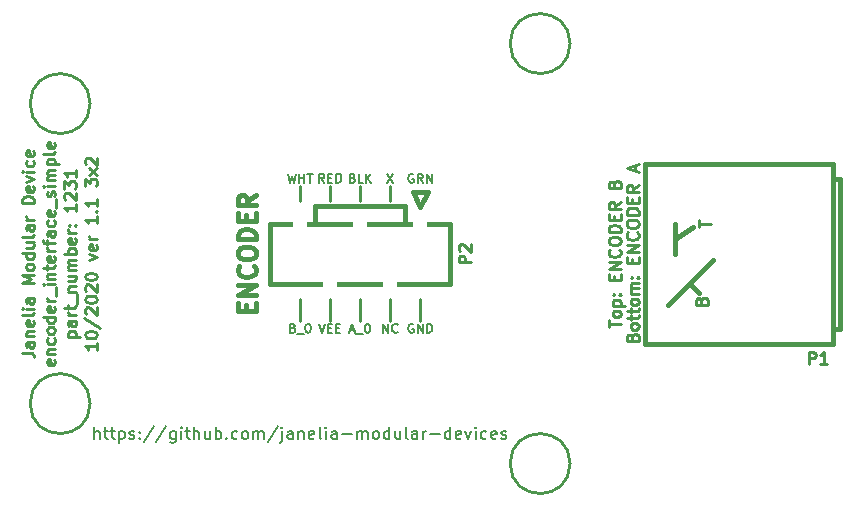
<source format=gto>
%TF.GenerationSoftware,KiCad,Pcbnew,5.1.7-a382d34a8~87~ubuntu20.04.1*%
%TF.CreationDate,2020-10-30T10:09:33-04:00*%
%TF.ProjectId,encoder_interface_simple_3x2,656e636f-6465-4725-9f69-6e7465726661,1.1*%
%TF.SameCoordinates,Original*%
%TF.FileFunction,Legend,Top*%
%TF.FilePolarity,Positive*%
%FSLAX46Y46*%
G04 Gerber Fmt 4.6, Leading zero omitted, Abs format (unit mm)*
G04 Created by KiCad (PCBNEW 5.1.7-a382d34a8~87~ubuntu20.04.1) date 2020-10-30 10:09:33*
%MOMM*%
%LPD*%
G01*
G04 APERTURE LIST*
%ADD10C,0.381000*%
%ADD11C,0.228600*%
%ADD12C,0.190500*%
%ADD13C,0.254000*%
%ADD14C,3.556000*%
%ADD15O,1.854200X2.540000*%
%ADD16R,1.854200X2.540000*%
%ADD17O,5.080000X3.048000*%
%ADD18O,2.032000X1.524000*%
%ADD19O,1.524000X2.032000*%
%ADD20R,1.270000X3.175000*%
G04 APERTURE END LIST*
D10*
X105301142Y-93798571D02*
X105301142Y-93290571D01*
X106099428Y-93072857D02*
X106099428Y-93798571D01*
X104575428Y-93798571D01*
X104575428Y-93072857D01*
X106099428Y-92419714D02*
X104575428Y-92419714D01*
X106099428Y-91548857D01*
X104575428Y-91548857D01*
X105954285Y-89952285D02*
X106026857Y-90024857D01*
X106099428Y-90242571D01*
X106099428Y-90387714D01*
X106026857Y-90605428D01*
X105881714Y-90750571D01*
X105736571Y-90823142D01*
X105446285Y-90895714D01*
X105228571Y-90895714D01*
X104938285Y-90823142D01*
X104793142Y-90750571D01*
X104648000Y-90605428D01*
X104575428Y-90387714D01*
X104575428Y-90242571D01*
X104648000Y-90024857D01*
X104720571Y-89952285D01*
X104575428Y-89008857D02*
X104575428Y-88718571D01*
X104648000Y-88573428D01*
X104793142Y-88428285D01*
X105083428Y-88355714D01*
X105591428Y-88355714D01*
X105881714Y-88428285D01*
X106026857Y-88573428D01*
X106099428Y-88718571D01*
X106099428Y-89008857D01*
X106026857Y-89154000D01*
X105881714Y-89299142D01*
X105591428Y-89371714D01*
X105083428Y-89371714D01*
X104793142Y-89299142D01*
X104648000Y-89154000D01*
X104575428Y-89008857D01*
X106099428Y-87702571D02*
X104575428Y-87702571D01*
X104575428Y-87339714D01*
X104648000Y-87122000D01*
X104793142Y-86976857D01*
X104938285Y-86904285D01*
X105228571Y-86831714D01*
X105446285Y-86831714D01*
X105736571Y-86904285D01*
X105881714Y-86976857D01*
X106026857Y-87122000D01*
X106099428Y-87339714D01*
X106099428Y-87702571D01*
X105301142Y-86178571D02*
X105301142Y-85670571D01*
X106099428Y-85452857D02*
X106099428Y-86178571D01*
X104575428Y-86178571D01*
X104575428Y-85452857D01*
X106099428Y-83928857D02*
X105373714Y-84436857D01*
X106099428Y-84799714D02*
X104575428Y-84799714D01*
X104575428Y-84219142D01*
X104648000Y-84074000D01*
X104720571Y-84001428D01*
X104865714Y-83928857D01*
X105083428Y-83928857D01*
X105228571Y-84001428D01*
X105301142Y-84074000D01*
X105373714Y-84219142D01*
X105373714Y-84799714D01*
D11*
X117475000Y-92710000D02*
X117475000Y-94615000D01*
X112395000Y-92710000D02*
X112395000Y-94615000D01*
X109855000Y-92710000D02*
X109855000Y-94615000D01*
X120015000Y-92710000D02*
X120015000Y-94615000D01*
X114935000Y-92710000D02*
X114935000Y-94615000D01*
X117475000Y-84455000D02*
X117475000Y-83185000D01*
X114935000Y-84455000D02*
X114935000Y-83185000D01*
X112395000Y-84455000D02*
X112395000Y-83185000D01*
X109855000Y-84455000D02*
X109855000Y-83185000D01*
D12*
X114100428Y-95377000D02*
X114463285Y-95377000D01*
X114027857Y-95594714D02*
X114281857Y-94832714D01*
X114535857Y-95594714D01*
X114608428Y-95667285D02*
X115189000Y-95667285D01*
X115515571Y-94832714D02*
X115588142Y-94832714D01*
X115660714Y-94869000D01*
X115697000Y-94905285D01*
X115733285Y-94977857D01*
X115769571Y-95123000D01*
X115769571Y-95304428D01*
X115733285Y-95449571D01*
X115697000Y-95522142D01*
X115660714Y-95558428D01*
X115588142Y-95594714D01*
X115515571Y-95594714D01*
X115443000Y-95558428D01*
X115406714Y-95522142D01*
X115370428Y-95449571D01*
X115334142Y-95304428D01*
X115334142Y-95123000D01*
X115370428Y-94977857D01*
X115406714Y-94905285D01*
X115443000Y-94869000D01*
X115515571Y-94832714D01*
X109256285Y-95195571D02*
X109365142Y-95231857D01*
X109401428Y-95268142D01*
X109437714Y-95340714D01*
X109437714Y-95449571D01*
X109401428Y-95522142D01*
X109365142Y-95558428D01*
X109292571Y-95594714D01*
X109002285Y-95594714D01*
X109002285Y-94832714D01*
X109256285Y-94832714D01*
X109328857Y-94869000D01*
X109365142Y-94905285D01*
X109401428Y-94977857D01*
X109401428Y-95050428D01*
X109365142Y-95123000D01*
X109328857Y-95159285D01*
X109256285Y-95195571D01*
X109002285Y-95195571D01*
X109582857Y-95667285D02*
X110163428Y-95667285D01*
X110490000Y-94832714D02*
X110562571Y-94832714D01*
X110635142Y-94869000D01*
X110671428Y-94905285D01*
X110707714Y-94977857D01*
X110744000Y-95123000D01*
X110744000Y-95304428D01*
X110707714Y-95449571D01*
X110671428Y-95522142D01*
X110635142Y-95558428D01*
X110562571Y-95594714D01*
X110490000Y-95594714D01*
X110417428Y-95558428D01*
X110381142Y-95522142D01*
X110344857Y-95449571D01*
X110308571Y-95304428D01*
X110308571Y-95123000D01*
X110344857Y-94977857D01*
X110381142Y-94905285D01*
X110417428Y-94869000D01*
X110490000Y-94832714D01*
X111451571Y-94832714D02*
X111705571Y-95594714D01*
X111959571Y-94832714D01*
X112213571Y-95195571D02*
X112467571Y-95195571D01*
X112576428Y-95594714D02*
X112213571Y-95594714D01*
X112213571Y-94832714D01*
X112576428Y-94832714D01*
X112903000Y-95195571D02*
X113157000Y-95195571D01*
X113265857Y-95594714D02*
X112903000Y-95594714D01*
X112903000Y-94832714D01*
X113265857Y-94832714D01*
X116876285Y-95594714D02*
X116876285Y-94832714D01*
X117311714Y-95594714D01*
X117311714Y-94832714D01*
X118110000Y-95522142D02*
X118073714Y-95558428D01*
X117964857Y-95594714D01*
X117892285Y-95594714D01*
X117783428Y-95558428D01*
X117710857Y-95485857D01*
X117674571Y-95413285D01*
X117638285Y-95268142D01*
X117638285Y-95159285D01*
X117674571Y-95014142D01*
X117710857Y-94941571D01*
X117783428Y-94869000D01*
X117892285Y-94832714D01*
X117964857Y-94832714D01*
X118073714Y-94869000D01*
X118110000Y-94905285D01*
X119434428Y-94869000D02*
X119361857Y-94832714D01*
X119253000Y-94832714D01*
X119144142Y-94869000D01*
X119071571Y-94941571D01*
X119035285Y-95014142D01*
X118999000Y-95159285D01*
X118999000Y-95268142D01*
X119035285Y-95413285D01*
X119071571Y-95485857D01*
X119144142Y-95558428D01*
X119253000Y-95594714D01*
X119325571Y-95594714D01*
X119434428Y-95558428D01*
X119470714Y-95522142D01*
X119470714Y-95268142D01*
X119325571Y-95268142D01*
X119797285Y-95594714D02*
X119797285Y-94832714D01*
X120232714Y-95594714D01*
X120232714Y-94832714D01*
X120595571Y-95594714D02*
X120595571Y-94832714D01*
X120777000Y-94832714D01*
X120885857Y-94869000D01*
X120958428Y-94941571D01*
X120994714Y-95014142D01*
X121031000Y-95159285D01*
X121031000Y-95268142D01*
X120994714Y-95413285D01*
X120958428Y-95485857D01*
X120885857Y-95558428D01*
X120777000Y-95594714D01*
X120595571Y-95594714D01*
X111905142Y-82894714D02*
X111651142Y-82531857D01*
X111469714Y-82894714D02*
X111469714Y-82132714D01*
X111760000Y-82132714D01*
X111832571Y-82169000D01*
X111868857Y-82205285D01*
X111905142Y-82277857D01*
X111905142Y-82386714D01*
X111868857Y-82459285D01*
X111832571Y-82495571D01*
X111760000Y-82531857D01*
X111469714Y-82531857D01*
X112231714Y-82495571D02*
X112485714Y-82495571D01*
X112594571Y-82894714D02*
X112231714Y-82894714D01*
X112231714Y-82132714D01*
X112594571Y-82132714D01*
X112921142Y-82894714D02*
X112921142Y-82132714D01*
X113102571Y-82132714D01*
X113211428Y-82169000D01*
X113284000Y-82241571D01*
X113320285Y-82314142D01*
X113356571Y-82459285D01*
X113356571Y-82568142D01*
X113320285Y-82713285D01*
X113284000Y-82785857D01*
X113211428Y-82858428D01*
X113102571Y-82894714D01*
X112921142Y-82894714D01*
X119434428Y-82169000D02*
X119361857Y-82132714D01*
X119253000Y-82132714D01*
X119144142Y-82169000D01*
X119071571Y-82241571D01*
X119035285Y-82314142D01*
X118999000Y-82459285D01*
X118999000Y-82568142D01*
X119035285Y-82713285D01*
X119071571Y-82785857D01*
X119144142Y-82858428D01*
X119253000Y-82894714D01*
X119325571Y-82894714D01*
X119434428Y-82858428D01*
X119470714Y-82822142D01*
X119470714Y-82568142D01*
X119325571Y-82568142D01*
X120232714Y-82894714D02*
X119978714Y-82531857D01*
X119797285Y-82894714D02*
X119797285Y-82132714D01*
X120087571Y-82132714D01*
X120160142Y-82169000D01*
X120196428Y-82205285D01*
X120232714Y-82277857D01*
X120232714Y-82386714D01*
X120196428Y-82459285D01*
X120160142Y-82495571D01*
X120087571Y-82531857D01*
X119797285Y-82531857D01*
X120559285Y-82894714D02*
X120559285Y-82132714D01*
X120994714Y-82894714D01*
X120994714Y-82132714D01*
X114300000Y-82495571D02*
X114408857Y-82531857D01*
X114445142Y-82568142D01*
X114481428Y-82640714D01*
X114481428Y-82749571D01*
X114445142Y-82822142D01*
X114408857Y-82858428D01*
X114336285Y-82894714D01*
X114046000Y-82894714D01*
X114046000Y-82132714D01*
X114300000Y-82132714D01*
X114372571Y-82169000D01*
X114408857Y-82205285D01*
X114445142Y-82277857D01*
X114445142Y-82350428D01*
X114408857Y-82423000D01*
X114372571Y-82459285D01*
X114300000Y-82495571D01*
X114046000Y-82495571D01*
X115170857Y-82894714D02*
X114808000Y-82894714D01*
X114808000Y-82132714D01*
X115424857Y-82894714D02*
X115424857Y-82132714D01*
X115860285Y-82894714D02*
X115533714Y-82459285D01*
X115860285Y-82132714D02*
X115424857Y-82568142D01*
X108839000Y-82132714D02*
X109020428Y-82894714D01*
X109165571Y-82350428D01*
X109310714Y-82894714D01*
X109492142Y-82132714D01*
X109782428Y-82894714D02*
X109782428Y-82132714D01*
X109782428Y-82495571D02*
X110217857Y-82495571D01*
X110217857Y-82894714D02*
X110217857Y-82132714D01*
X110471857Y-82132714D02*
X110907285Y-82132714D01*
X110689571Y-82894714D02*
X110689571Y-82132714D01*
X117221000Y-82132714D02*
X117729000Y-82894714D01*
X117729000Y-82132714D02*
X117221000Y-82894714D01*
X92437857Y-104599619D02*
X92437857Y-103583619D01*
X92873285Y-104599619D02*
X92873285Y-104067428D01*
X92824904Y-103970666D01*
X92728142Y-103922285D01*
X92583000Y-103922285D01*
X92486238Y-103970666D01*
X92437857Y-104019047D01*
X93211952Y-103922285D02*
X93599000Y-103922285D01*
X93357095Y-103583619D02*
X93357095Y-104454476D01*
X93405476Y-104551238D01*
X93502238Y-104599619D01*
X93599000Y-104599619D01*
X93792523Y-103922285D02*
X94179571Y-103922285D01*
X93937666Y-103583619D02*
X93937666Y-104454476D01*
X93986047Y-104551238D01*
X94082809Y-104599619D01*
X94179571Y-104599619D01*
X94518238Y-103922285D02*
X94518238Y-104938285D01*
X94518238Y-103970666D02*
X94615000Y-103922285D01*
X94808523Y-103922285D01*
X94905285Y-103970666D01*
X94953666Y-104019047D01*
X95002047Y-104115809D01*
X95002047Y-104406095D01*
X94953666Y-104502857D01*
X94905285Y-104551238D01*
X94808523Y-104599619D01*
X94615000Y-104599619D01*
X94518238Y-104551238D01*
X95389095Y-104551238D02*
X95485857Y-104599619D01*
X95679380Y-104599619D01*
X95776142Y-104551238D01*
X95824523Y-104454476D01*
X95824523Y-104406095D01*
X95776142Y-104309333D01*
X95679380Y-104260952D01*
X95534238Y-104260952D01*
X95437476Y-104212571D01*
X95389095Y-104115809D01*
X95389095Y-104067428D01*
X95437476Y-103970666D01*
X95534238Y-103922285D01*
X95679380Y-103922285D01*
X95776142Y-103970666D01*
X96259952Y-104502857D02*
X96308333Y-104551238D01*
X96259952Y-104599619D01*
X96211571Y-104551238D01*
X96259952Y-104502857D01*
X96259952Y-104599619D01*
X96259952Y-103970666D02*
X96308333Y-104019047D01*
X96259952Y-104067428D01*
X96211571Y-104019047D01*
X96259952Y-103970666D01*
X96259952Y-104067428D01*
X97469476Y-103535238D02*
X96598619Y-104841523D01*
X98533857Y-103535238D02*
X97663000Y-104841523D01*
X99307952Y-103922285D02*
X99307952Y-104744761D01*
X99259571Y-104841523D01*
X99211190Y-104889904D01*
X99114428Y-104938285D01*
X98969285Y-104938285D01*
X98872523Y-104889904D01*
X99307952Y-104551238D02*
X99211190Y-104599619D01*
X99017666Y-104599619D01*
X98920904Y-104551238D01*
X98872523Y-104502857D01*
X98824142Y-104406095D01*
X98824142Y-104115809D01*
X98872523Y-104019047D01*
X98920904Y-103970666D01*
X99017666Y-103922285D01*
X99211190Y-103922285D01*
X99307952Y-103970666D01*
X99791761Y-104599619D02*
X99791761Y-103922285D01*
X99791761Y-103583619D02*
X99743380Y-103632000D01*
X99791761Y-103680380D01*
X99840142Y-103632000D01*
X99791761Y-103583619D01*
X99791761Y-103680380D01*
X100130428Y-103922285D02*
X100517476Y-103922285D01*
X100275571Y-103583619D02*
X100275571Y-104454476D01*
X100323952Y-104551238D01*
X100420714Y-104599619D01*
X100517476Y-104599619D01*
X100856142Y-104599619D02*
X100856142Y-103583619D01*
X101291571Y-104599619D02*
X101291571Y-104067428D01*
X101243190Y-103970666D01*
X101146428Y-103922285D01*
X101001285Y-103922285D01*
X100904523Y-103970666D01*
X100856142Y-104019047D01*
X102210809Y-103922285D02*
X102210809Y-104599619D01*
X101775380Y-103922285D02*
X101775380Y-104454476D01*
X101823761Y-104551238D01*
X101920523Y-104599619D01*
X102065666Y-104599619D01*
X102162428Y-104551238D01*
X102210809Y-104502857D01*
X102694619Y-104599619D02*
X102694619Y-103583619D01*
X102694619Y-103970666D02*
X102791380Y-103922285D01*
X102984904Y-103922285D01*
X103081666Y-103970666D01*
X103130047Y-104019047D01*
X103178428Y-104115809D01*
X103178428Y-104406095D01*
X103130047Y-104502857D01*
X103081666Y-104551238D01*
X102984904Y-104599619D01*
X102791380Y-104599619D01*
X102694619Y-104551238D01*
X103613857Y-104502857D02*
X103662238Y-104551238D01*
X103613857Y-104599619D01*
X103565476Y-104551238D01*
X103613857Y-104502857D01*
X103613857Y-104599619D01*
X104533095Y-104551238D02*
X104436333Y-104599619D01*
X104242809Y-104599619D01*
X104146047Y-104551238D01*
X104097666Y-104502857D01*
X104049285Y-104406095D01*
X104049285Y-104115809D01*
X104097666Y-104019047D01*
X104146047Y-103970666D01*
X104242809Y-103922285D01*
X104436333Y-103922285D01*
X104533095Y-103970666D01*
X105113666Y-104599619D02*
X105016904Y-104551238D01*
X104968523Y-104502857D01*
X104920142Y-104406095D01*
X104920142Y-104115809D01*
X104968523Y-104019047D01*
X105016904Y-103970666D01*
X105113666Y-103922285D01*
X105258809Y-103922285D01*
X105355571Y-103970666D01*
X105403952Y-104019047D01*
X105452333Y-104115809D01*
X105452333Y-104406095D01*
X105403952Y-104502857D01*
X105355571Y-104551238D01*
X105258809Y-104599619D01*
X105113666Y-104599619D01*
X105887761Y-104599619D02*
X105887761Y-103922285D01*
X105887761Y-104019047D02*
X105936142Y-103970666D01*
X106032904Y-103922285D01*
X106178047Y-103922285D01*
X106274809Y-103970666D01*
X106323190Y-104067428D01*
X106323190Y-104599619D01*
X106323190Y-104067428D02*
X106371571Y-103970666D01*
X106468333Y-103922285D01*
X106613476Y-103922285D01*
X106710238Y-103970666D01*
X106758619Y-104067428D01*
X106758619Y-104599619D01*
X107968142Y-103535238D02*
X107097285Y-104841523D01*
X108306809Y-103922285D02*
X108306809Y-104793142D01*
X108258428Y-104889904D01*
X108161666Y-104938285D01*
X108113285Y-104938285D01*
X108306809Y-103583619D02*
X108258428Y-103632000D01*
X108306809Y-103680380D01*
X108355190Y-103632000D01*
X108306809Y-103583619D01*
X108306809Y-103680380D01*
X109226047Y-104599619D02*
X109226047Y-104067428D01*
X109177666Y-103970666D01*
X109080904Y-103922285D01*
X108887380Y-103922285D01*
X108790619Y-103970666D01*
X109226047Y-104551238D02*
X109129285Y-104599619D01*
X108887380Y-104599619D01*
X108790619Y-104551238D01*
X108742238Y-104454476D01*
X108742238Y-104357714D01*
X108790619Y-104260952D01*
X108887380Y-104212571D01*
X109129285Y-104212571D01*
X109226047Y-104164190D01*
X109709857Y-103922285D02*
X109709857Y-104599619D01*
X109709857Y-104019047D02*
X109758238Y-103970666D01*
X109855000Y-103922285D01*
X110000142Y-103922285D01*
X110096904Y-103970666D01*
X110145285Y-104067428D01*
X110145285Y-104599619D01*
X111016142Y-104551238D02*
X110919380Y-104599619D01*
X110725857Y-104599619D01*
X110629095Y-104551238D01*
X110580714Y-104454476D01*
X110580714Y-104067428D01*
X110629095Y-103970666D01*
X110725857Y-103922285D01*
X110919380Y-103922285D01*
X111016142Y-103970666D01*
X111064523Y-104067428D01*
X111064523Y-104164190D01*
X110580714Y-104260952D01*
X111645095Y-104599619D02*
X111548333Y-104551238D01*
X111499952Y-104454476D01*
X111499952Y-103583619D01*
X112032142Y-104599619D02*
X112032142Y-103922285D01*
X112032142Y-103583619D02*
X111983761Y-103632000D01*
X112032142Y-103680380D01*
X112080523Y-103632000D01*
X112032142Y-103583619D01*
X112032142Y-103680380D01*
X112951380Y-104599619D02*
X112951380Y-104067428D01*
X112903000Y-103970666D01*
X112806238Y-103922285D01*
X112612714Y-103922285D01*
X112515952Y-103970666D01*
X112951380Y-104551238D02*
X112854619Y-104599619D01*
X112612714Y-104599619D01*
X112515952Y-104551238D01*
X112467571Y-104454476D01*
X112467571Y-104357714D01*
X112515952Y-104260952D01*
X112612714Y-104212571D01*
X112854619Y-104212571D01*
X112951380Y-104164190D01*
X113435190Y-104212571D02*
X114209285Y-104212571D01*
X114693095Y-104599619D02*
X114693095Y-103922285D01*
X114693095Y-104019047D02*
X114741476Y-103970666D01*
X114838238Y-103922285D01*
X114983380Y-103922285D01*
X115080142Y-103970666D01*
X115128523Y-104067428D01*
X115128523Y-104599619D01*
X115128523Y-104067428D02*
X115176904Y-103970666D01*
X115273666Y-103922285D01*
X115418809Y-103922285D01*
X115515571Y-103970666D01*
X115563952Y-104067428D01*
X115563952Y-104599619D01*
X116192904Y-104599619D02*
X116096142Y-104551238D01*
X116047761Y-104502857D01*
X115999380Y-104406095D01*
X115999380Y-104115809D01*
X116047761Y-104019047D01*
X116096142Y-103970666D01*
X116192904Y-103922285D01*
X116338047Y-103922285D01*
X116434809Y-103970666D01*
X116483190Y-104019047D01*
X116531571Y-104115809D01*
X116531571Y-104406095D01*
X116483190Y-104502857D01*
X116434809Y-104551238D01*
X116338047Y-104599619D01*
X116192904Y-104599619D01*
X117402428Y-104599619D02*
X117402428Y-103583619D01*
X117402428Y-104551238D02*
X117305666Y-104599619D01*
X117112142Y-104599619D01*
X117015380Y-104551238D01*
X116967000Y-104502857D01*
X116918619Y-104406095D01*
X116918619Y-104115809D01*
X116967000Y-104019047D01*
X117015380Y-103970666D01*
X117112142Y-103922285D01*
X117305666Y-103922285D01*
X117402428Y-103970666D01*
X118321666Y-103922285D02*
X118321666Y-104599619D01*
X117886238Y-103922285D02*
X117886238Y-104454476D01*
X117934619Y-104551238D01*
X118031380Y-104599619D01*
X118176523Y-104599619D01*
X118273285Y-104551238D01*
X118321666Y-104502857D01*
X118950619Y-104599619D02*
X118853857Y-104551238D01*
X118805476Y-104454476D01*
X118805476Y-103583619D01*
X119773095Y-104599619D02*
X119773095Y-104067428D01*
X119724714Y-103970666D01*
X119627952Y-103922285D01*
X119434428Y-103922285D01*
X119337666Y-103970666D01*
X119773095Y-104551238D02*
X119676333Y-104599619D01*
X119434428Y-104599619D01*
X119337666Y-104551238D01*
X119289285Y-104454476D01*
X119289285Y-104357714D01*
X119337666Y-104260952D01*
X119434428Y-104212571D01*
X119676333Y-104212571D01*
X119773095Y-104164190D01*
X120256904Y-104599619D02*
X120256904Y-103922285D01*
X120256904Y-104115809D02*
X120305285Y-104019047D01*
X120353666Y-103970666D01*
X120450428Y-103922285D01*
X120547190Y-103922285D01*
X120885857Y-104212571D02*
X121659952Y-104212571D01*
X122579190Y-104599619D02*
X122579190Y-103583619D01*
X122579190Y-104551238D02*
X122482428Y-104599619D01*
X122288904Y-104599619D01*
X122192142Y-104551238D01*
X122143761Y-104502857D01*
X122095380Y-104406095D01*
X122095380Y-104115809D01*
X122143761Y-104019047D01*
X122192142Y-103970666D01*
X122288904Y-103922285D01*
X122482428Y-103922285D01*
X122579190Y-103970666D01*
X123450047Y-104551238D02*
X123353285Y-104599619D01*
X123159761Y-104599619D01*
X123063000Y-104551238D01*
X123014619Y-104454476D01*
X123014619Y-104067428D01*
X123063000Y-103970666D01*
X123159761Y-103922285D01*
X123353285Y-103922285D01*
X123450047Y-103970666D01*
X123498428Y-104067428D01*
X123498428Y-104164190D01*
X123014619Y-104260952D01*
X123837095Y-103922285D02*
X124079000Y-104599619D01*
X124320904Y-103922285D01*
X124707952Y-104599619D02*
X124707952Y-103922285D01*
X124707952Y-103583619D02*
X124659571Y-103632000D01*
X124707952Y-103680380D01*
X124756333Y-103632000D01*
X124707952Y-103583619D01*
X124707952Y-103680380D01*
X125627190Y-104551238D02*
X125530428Y-104599619D01*
X125336904Y-104599619D01*
X125240142Y-104551238D01*
X125191761Y-104502857D01*
X125143380Y-104406095D01*
X125143380Y-104115809D01*
X125191761Y-104019047D01*
X125240142Y-103970666D01*
X125336904Y-103922285D01*
X125530428Y-103922285D01*
X125627190Y-103970666D01*
X126449666Y-104551238D02*
X126352904Y-104599619D01*
X126159380Y-104599619D01*
X126062619Y-104551238D01*
X126014238Y-104454476D01*
X126014238Y-104067428D01*
X126062619Y-103970666D01*
X126159380Y-103922285D01*
X126352904Y-103922285D01*
X126449666Y-103970666D01*
X126498047Y-104067428D01*
X126498047Y-104164190D01*
X126014238Y-104260952D01*
X126885095Y-104551238D02*
X126981857Y-104599619D01*
X127175380Y-104599619D01*
X127272142Y-104551238D01*
X127320523Y-104454476D01*
X127320523Y-104406095D01*
X127272142Y-104309333D01*
X127175380Y-104260952D01*
X127030238Y-104260952D01*
X126933476Y-104212571D01*
X126885095Y-104115809D01*
X126885095Y-104067428D01*
X126933476Y-103970666D01*
X127030238Y-103922285D01*
X127175380Y-103922285D01*
X127272142Y-103970666D01*
D13*
X86311619Y-97294095D02*
X87037333Y-97294095D01*
X87182476Y-97342476D01*
X87279238Y-97439238D01*
X87327619Y-97584380D01*
X87327619Y-97681142D01*
X87327619Y-96374857D02*
X86795428Y-96374857D01*
X86698666Y-96423238D01*
X86650285Y-96520000D01*
X86650285Y-96713523D01*
X86698666Y-96810285D01*
X87279238Y-96374857D02*
X87327619Y-96471619D01*
X87327619Y-96713523D01*
X87279238Y-96810285D01*
X87182476Y-96858666D01*
X87085714Y-96858666D01*
X86988952Y-96810285D01*
X86940571Y-96713523D01*
X86940571Y-96471619D01*
X86892190Y-96374857D01*
X86650285Y-95891047D02*
X87327619Y-95891047D01*
X86747047Y-95891047D02*
X86698666Y-95842666D01*
X86650285Y-95745904D01*
X86650285Y-95600761D01*
X86698666Y-95504000D01*
X86795428Y-95455619D01*
X87327619Y-95455619D01*
X87279238Y-94584761D02*
X87327619Y-94681523D01*
X87327619Y-94875047D01*
X87279238Y-94971809D01*
X87182476Y-95020190D01*
X86795428Y-95020190D01*
X86698666Y-94971809D01*
X86650285Y-94875047D01*
X86650285Y-94681523D01*
X86698666Y-94584761D01*
X86795428Y-94536380D01*
X86892190Y-94536380D01*
X86988952Y-95020190D01*
X87327619Y-93955809D02*
X87279238Y-94052571D01*
X87182476Y-94100952D01*
X86311619Y-94100952D01*
X87327619Y-93568761D02*
X86650285Y-93568761D01*
X86311619Y-93568761D02*
X86360000Y-93617142D01*
X86408380Y-93568761D01*
X86360000Y-93520380D01*
X86311619Y-93568761D01*
X86408380Y-93568761D01*
X87327619Y-92649523D02*
X86795428Y-92649523D01*
X86698666Y-92697904D01*
X86650285Y-92794666D01*
X86650285Y-92988190D01*
X86698666Y-93084952D01*
X87279238Y-92649523D02*
X87327619Y-92746285D01*
X87327619Y-92988190D01*
X87279238Y-93084952D01*
X87182476Y-93133333D01*
X87085714Y-93133333D01*
X86988952Y-93084952D01*
X86940571Y-92988190D01*
X86940571Y-92746285D01*
X86892190Y-92649523D01*
X87327619Y-91391619D02*
X86311619Y-91391619D01*
X87037333Y-91052952D01*
X86311619Y-90714285D01*
X87327619Y-90714285D01*
X87327619Y-90085333D02*
X87279238Y-90182095D01*
X87230857Y-90230476D01*
X87134095Y-90278857D01*
X86843809Y-90278857D01*
X86747047Y-90230476D01*
X86698666Y-90182095D01*
X86650285Y-90085333D01*
X86650285Y-89940190D01*
X86698666Y-89843428D01*
X86747047Y-89795047D01*
X86843809Y-89746666D01*
X87134095Y-89746666D01*
X87230857Y-89795047D01*
X87279238Y-89843428D01*
X87327619Y-89940190D01*
X87327619Y-90085333D01*
X87327619Y-88875809D02*
X86311619Y-88875809D01*
X87279238Y-88875809D02*
X87327619Y-88972571D01*
X87327619Y-89166095D01*
X87279238Y-89262857D01*
X87230857Y-89311238D01*
X87134095Y-89359619D01*
X86843809Y-89359619D01*
X86747047Y-89311238D01*
X86698666Y-89262857D01*
X86650285Y-89166095D01*
X86650285Y-88972571D01*
X86698666Y-88875809D01*
X86650285Y-87956571D02*
X87327619Y-87956571D01*
X86650285Y-88392000D02*
X87182476Y-88392000D01*
X87279238Y-88343619D01*
X87327619Y-88246857D01*
X87327619Y-88101714D01*
X87279238Y-88004952D01*
X87230857Y-87956571D01*
X87327619Y-87327619D02*
X87279238Y-87424380D01*
X87182476Y-87472761D01*
X86311619Y-87472761D01*
X87327619Y-86505142D02*
X86795428Y-86505142D01*
X86698666Y-86553523D01*
X86650285Y-86650285D01*
X86650285Y-86843809D01*
X86698666Y-86940571D01*
X87279238Y-86505142D02*
X87327619Y-86601904D01*
X87327619Y-86843809D01*
X87279238Y-86940571D01*
X87182476Y-86988952D01*
X87085714Y-86988952D01*
X86988952Y-86940571D01*
X86940571Y-86843809D01*
X86940571Y-86601904D01*
X86892190Y-86505142D01*
X87327619Y-86021333D02*
X86650285Y-86021333D01*
X86843809Y-86021333D02*
X86747047Y-85972952D01*
X86698666Y-85924571D01*
X86650285Y-85827809D01*
X86650285Y-85731047D01*
X87327619Y-84618285D02*
X86311619Y-84618285D01*
X86311619Y-84376380D01*
X86360000Y-84231238D01*
X86456761Y-84134476D01*
X86553523Y-84086095D01*
X86747047Y-84037714D01*
X86892190Y-84037714D01*
X87085714Y-84086095D01*
X87182476Y-84134476D01*
X87279238Y-84231238D01*
X87327619Y-84376380D01*
X87327619Y-84618285D01*
X87279238Y-83215238D02*
X87327619Y-83312000D01*
X87327619Y-83505523D01*
X87279238Y-83602285D01*
X87182476Y-83650666D01*
X86795428Y-83650666D01*
X86698666Y-83602285D01*
X86650285Y-83505523D01*
X86650285Y-83312000D01*
X86698666Y-83215238D01*
X86795428Y-83166857D01*
X86892190Y-83166857D01*
X86988952Y-83650666D01*
X86650285Y-82828190D02*
X87327619Y-82586285D01*
X86650285Y-82344380D01*
X87327619Y-81957333D02*
X86650285Y-81957333D01*
X86311619Y-81957333D02*
X86360000Y-82005714D01*
X86408380Y-81957333D01*
X86360000Y-81908952D01*
X86311619Y-81957333D01*
X86408380Y-81957333D01*
X87279238Y-81038095D02*
X87327619Y-81134857D01*
X87327619Y-81328380D01*
X87279238Y-81425142D01*
X87230857Y-81473523D01*
X87134095Y-81521904D01*
X86843809Y-81521904D01*
X86747047Y-81473523D01*
X86698666Y-81425142D01*
X86650285Y-81328380D01*
X86650285Y-81134857D01*
X86698666Y-81038095D01*
X87279238Y-80215619D02*
X87327619Y-80312380D01*
X87327619Y-80505904D01*
X87279238Y-80602666D01*
X87182476Y-80651047D01*
X86795428Y-80651047D01*
X86698666Y-80602666D01*
X86650285Y-80505904D01*
X86650285Y-80312380D01*
X86698666Y-80215619D01*
X86795428Y-80167238D01*
X86892190Y-80167238D01*
X86988952Y-80651047D01*
X89057238Y-97898857D02*
X89105619Y-97995619D01*
X89105619Y-98189142D01*
X89057238Y-98285904D01*
X88960476Y-98334285D01*
X88573428Y-98334285D01*
X88476666Y-98285904D01*
X88428285Y-98189142D01*
X88428285Y-97995619D01*
X88476666Y-97898857D01*
X88573428Y-97850476D01*
X88670190Y-97850476D01*
X88766952Y-98334285D01*
X88428285Y-97415047D02*
X89105619Y-97415047D01*
X88525047Y-97415047D02*
X88476666Y-97366666D01*
X88428285Y-97269904D01*
X88428285Y-97124761D01*
X88476666Y-97028000D01*
X88573428Y-96979619D01*
X89105619Y-96979619D01*
X89057238Y-96060380D02*
X89105619Y-96157142D01*
X89105619Y-96350666D01*
X89057238Y-96447428D01*
X89008857Y-96495809D01*
X88912095Y-96544190D01*
X88621809Y-96544190D01*
X88525047Y-96495809D01*
X88476666Y-96447428D01*
X88428285Y-96350666D01*
X88428285Y-96157142D01*
X88476666Y-96060380D01*
X89105619Y-95479809D02*
X89057238Y-95576571D01*
X89008857Y-95624952D01*
X88912095Y-95673333D01*
X88621809Y-95673333D01*
X88525047Y-95624952D01*
X88476666Y-95576571D01*
X88428285Y-95479809D01*
X88428285Y-95334666D01*
X88476666Y-95237904D01*
X88525047Y-95189523D01*
X88621809Y-95141142D01*
X88912095Y-95141142D01*
X89008857Y-95189523D01*
X89057238Y-95237904D01*
X89105619Y-95334666D01*
X89105619Y-95479809D01*
X89105619Y-94270285D02*
X88089619Y-94270285D01*
X89057238Y-94270285D02*
X89105619Y-94367047D01*
X89105619Y-94560571D01*
X89057238Y-94657333D01*
X89008857Y-94705714D01*
X88912095Y-94754095D01*
X88621809Y-94754095D01*
X88525047Y-94705714D01*
X88476666Y-94657333D01*
X88428285Y-94560571D01*
X88428285Y-94367047D01*
X88476666Y-94270285D01*
X89057238Y-93399428D02*
X89105619Y-93496190D01*
X89105619Y-93689714D01*
X89057238Y-93786476D01*
X88960476Y-93834857D01*
X88573428Y-93834857D01*
X88476666Y-93786476D01*
X88428285Y-93689714D01*
X88428285Y-93496190D01*
X88476666Y-93399428D01*
X88573428Y-93351047D01*
X88670190Y-93351047D01*
X88766952Y-93834857D01*
X89105619Y-92915619D02*
X88428285Y-92915619D01*
X88621809Y-92915619D02*
X88525047Y-92867238D01*
X88476666Y-92818857D01*
X88428285Y-92722095D01*
X88428285Y-92625333D01*
X89202380Y-92528571D02*
X89202380Y-91754476D01*
X89105619Y-91512571D02*
X88428285Y-91512571D01*
X88089619Y-91512571D02*
X88138000Y-91560952D01*
X88186380Y-91512571D01*
X88138000Y-91464190D01*
X88089619Y-91512571D01*
X88186380Y-91512571D01*
X88428285Y-91028761D02*
X89105619Y-91028761D01*
X88525047Y-91028761D02*
X88476666Y-90980380D01*
X88428285Y-90883619D01*
X88428285Y-90738476D01*
X88476666Y-90641714D01*
X88573428Y-90593333D01*
X89105619Y-90593333D01*
X88428285Y-90254666D02*
X88428285Y-89867619D01*
X88089619Y-90109523D02*
X88960476Y-90109523D01*
X89057238Y-90061142D01*
X89105619Y-89964380D01*
X89105619Y-89867619D01*
X89057238Y-89141904D02*
X89105619Y-89238666D01*
X89105619Y-89432190D01*
X89057238Y-89528952D01*
X88960476Y-89577333D01*
X88573428Y-89577333D01*
X88476666Y-89528952D01*
X88428285Y-89432190D01*
X88428285Y-89238666D01*
X88476666Y-89141904D01*
X88573428Y-89093523D01*
X88670190Y-89093523D01*
X88766952Y-89577333D01*
X89105619Y-88658095D02*
X88428285Y-88658095D01*
X88621809Y-88658095D02*
X88525047Y-88609714D01*
X88476666Y-88561333D01*
X88428285Y-88464571D01*
X88428285Y-88367809D01*
X88428285Y-88174285D02*
X88428285Y-87787238D01*
X89105619Y-88029142D02*
X88234761Y-88029142D01*
X88138000Y-87980761D01*
X88089619Y-87884000D01*
X88089619Y-87787238D01*
X89105619Y-87013142D02*
X88573428Y-87013142D01*
X88476666Y-87061523D01*
X88428285Y-87158285D01*
X88428285Y-87351809D01*
X88476666Y-87448571D01*
X89057238Y-87013142D02*
X89105619Y-87109904D01*
X89105619Y-87351809D01*
X89057238Y-87448571D01*
X88960476Y-87496952D01*
X88863714Y-87496952D01*
X88766952Y-87448571D01*
X88718571Y-87351809D01*
X88718571Y-87109904D01*
X88670190Y-87013142D01*
X89057238Y-86093904D02*
X89105619Y-86190666D01*
X89105619Y-86384190D01*
X89057238Y-86480952D01*
X89008857Y-86529333D01*
X88912095Y-86577714D01*
X88621809Y-86577714D01*
X88525047Y-86529333D01*
X88476666Y-86480952D01*
X88428285Y-86384190D01*
X88428285Y-86190666D01*
X88476666Y-86093904D01*
X89057238Y-85271428D02*
X89105619Y-85368190D01*
X89105619Y-85561714D01*
X89057238Y-85658476D01*
X88960476Y-85706857D01*
X88573428Y-85706857D01*
X88476666Y-85658476D01*
X88428285Y-85561714D01*
X88428285Y-85368190D01*
X88476666Y-85271428D01*
X88573428Y-85223047D01*
X88670190Y-85223047D01*
X88766952Y-85706857D01*
X89202380Y-85029523D02*
X89202380Y-84255428D01*
X89057238Y-84061904D02*
X89105619Y-83965142D01*
X89105619Y-83771619D01*
X89057238Y-83674857D01*
X88960476Y-83626476D01*
X88912095Y-83626476D01*
X88815333Y-83674857D01*
X88766952Y-83771619D01*
X88766952Y-83916761D01*
X88718571Y-84013523D01*
X88621809Y-84061904D01*
X88573428Y-84061904D01*
X88476666Y-84013523D01*
X88428285Y-83916761D01*
X88428285Y-83771619D01*
X88476666Y-83674857D01*
X89105619Y-83191047D02*
X88428285Y-83191047D01*
X88089619Y-83191047D02*
X88138000Y-83239428D01*
X88186380Y-83191047D01*
X88138000Y-83142666D01*
X88089619Y-83191047D01*
X88186380Y-83191047D01*
X89105619Y-82707238D02*
X88428285Y-82707238D01*
X88525047Y-82707238D02*
X88476666Y-82658857D01*
X88428285Y-82562095D01*
X88428285Y-82416952D01*
X88476666Y-82320190D01*
X88573428Y-82271809D01*
X89105619Y-82271809D01*
X88573428Y-82271809D02*
X88476666Y-82223428D01*
X88428285Y-82126666D01*
X88428285Y-81981523D01*
X88476666Y-81884761D01*
X88573428Y-81836380D01*
X89105619Y-81836380D01*
X88428285Y-81352571D02*
X89444285Y-81352571D01*
X88476666Y-81352571D02*
X88428285Y-81255809D01*
X88428285Y-81062285D01*
X88476666Y-80965523D01*
X88525047Y-80917142D01*
X88621809Y-80868761D01*
X88912095Y-80868761D01*
X89008857Y-80917142D01*
X89057238Y-80965523D01*
X89105619Y-81062285D01*
X89105619Y-81255809D01*
X89057238Y-81352571D01*
X89105619Y-80288190D02*
X89057238Y-80384952D01*
X88960476Y-80433333D01*
X88089619Y-80433333D01*
X89057238Y-79514095D02*
X89105619Y-79610857D01*
X89105619Y-79804380D01*
X89057238Y-79901142D01*
X88960476Y-79949523D01*
X88573428Y-79949523D01*
X88476666Y-79901142D01*
X88428285Y-79804380D01*
X88428285Y-79610857D01*
X88476666Y-79514095D01*
X88573428Y-79465714D01*
X88670190Y-79465714D01*
X88766952Y-79949523D01*
X90206285Y-95939428D02*
X91222285Y-95939428D01*
X90254666Y-95939428D02*
X90206285Y-95842666D01*
X90206285Y-95649142D01*
X90254666Y-95552380D01*
X90303047Y-95504000D01*
X90399809Y-95455619D01*
X90690095Y-95455619D01*
X90786857Y-95504000D01*
X90835238Y-95552380D01*
X90883619Y-95649142D01*
X90883619Y-95842666D01*
X90835238Y-95939428D01*
X90883619Y-94584761D02*
X90351428Y-94584761D01*
X90254666Y-94633142D01*
X90206285Y-94729904D01*
X90206285Y-94923428D01*
X90254666Y-95020190D01*
X90835238Y-94584761D02*
X90883619Y-94681523D01*
X90883619Y-94923428D01*
X90835238Y-95020190D01*
X90738476Y-95068571D01*
X90641714Y-95068571D01*
X90544952Y-95020190D01*
X90496571Y-94923428D01*
X90496571Y-94681523D01*
X90448190Y-94584761D01*
X90883619Y-94100952D02*
X90206285Y-94100952D01*
X90399809Y-94100952D02*
X90303047Y-94052571D01*
X90254666Y-94004190D01*
X90206285Y-93907428D01*
X90206285Y-93810666D01*
X90206285Y-93617142D02*
X90206285Y-93230095D01*
X89867619Y-93472000D02*
X90738476Y-93472000D01*
X90835238Y-93423619D01*
X90883619Y-93326857D01*
X90883619Y-93230095D01*
X90980380Y-93133333D02*
X90980380Y-92359238D01*
X90206285Y-92117333D02*
X90883619Y-92117333D01*
X90303047Y-92117333D02*
X90254666Y-92068952D01*
X90206285Y-91972190D01*
X90206285Y-91827047D01*
X90254666Y-91730285D01*
X90351428Y-91681904D01*
X90883619Y-91681904D01*
X90206285Y-90762666D02*
X90883619Y-90762666D01*
X90206285Y-91198095D02*
X90738476Y-91198095D01*
X90835238Y-91149714D01*
X90883619Y-91052952D01*
X90883619Y-90907809D01*
X90835238Y-90811047D01*
X90786857Y-90762666D01*
X90883619Y-90278857D02*
X90206285Y-90278857D01*
X90303047Y-90278857D02*
X90254666Y-90230476D01*
X90206285Y-90133714D01*
X90206285Y-89988571D01*
X90254666Y-89891809D01*
X90351428Y-89843428D01*
X90883619Y-89843428D01*
X90351428Y-89843428D02*
X90254666Y-89795047D01*
X90206285Y-89698285D01*
X90206285Y-89553142D01*
X90254666Y-89456380D01*
X90351428Y-89408000D01*
X90883619Y-89408000D01*
X90883619Y-88924190D02*
X89867619Y-88924190D01*
X90254666Y-88924190D02*
X90206285Y-88827428D01*
X90206285Y-88633904D01*
X90254666Y-88537142D01*
X90303047Y-88488761D01*
X90399809Y-88440380D01*
X90690095Y-88440380D01*
X90786857Y-88488761D01*
X90835238Y-88537142D01*
X90883619Y-88633904D01*
X90883619Y-88827428D01*
X90835238Y-88924190D01*
X90835238Y-87617904D02*
X90883619Y-87714666D01*
X90883619Y-87908190D01*
X90835238Y-88004952D01*
X90738476Y-88053333D01*
X90351428Y-88053333D01*
X90254666Y-88004952D01*
X90206285Y-87908190D01*
X90206285Y-87714666D01*
X90254666Y-87617904D01*
X90351428Y-87569523D01*
X90448190Y-87569523D01*
X90544952Y-88053333D01*
X90883619Y-87134095D02*
X90206285Y-87134095D01*
X90399809Y-87134095D02*
X90303047Y-87085714D01*
X90254666Y-87037333D01*
X90206285Y-86940571D01*
X90206285Y-86843809D01*
X90786857Y-86505142D02*
X90835238Y-86456761D01*
X90883619Y-86505142D01*
X90835238Y-86553523D01*
X90786857Y-86505142D01*
X90883619Y-86505142D01*
X90254666Y-86505142D02*
X90303047Y-86456761D01*
X90351428Y-86505142D01*
X90303047Y-86553523D01*
X90254666Y-86505142D01*
X90351428Y-86505142D01*
X90883619Y-84715047D02*
X90883619Y-85295619D01*
X90883619Y-85005333D02*
X89867619Y-85005333D01*
X90012761Y-85102095D01*
X90109523Y-85198857D01*
X90157904Y-85295619D01*
X89964380Y-84328000D02*
X89916000Y-84279619D01*
X89867619Y-84182857D01*
X89867619Y-83940952D01*
X89916000Y-83844190D01*
X89964380Y-83795809D01*
X90061142Y-83747428D01*
X90157904Y-83747428D01*
X90303047Y-83795809D01*
X90883619Y-84376380D01*
X90883619Y-83747428D01*
X89867619Y-83408761D02*
X89867619Y-82779809D01*
X90254666Y-83118476D01*
X90254666Y-82973333D01*
X90303047Y-82876571D01*
X90351428Y-82828190D01*
X90448190Y-82779809D01*
X90690095Y-82779809D01*
X90786857Y-82828190D01*
X90835238Y-82876571D01*
X90883619Y-82973333D01*
X90883619Y-83263619D01*
X90835238Y-83360380D01*
X90786857Y-83408761D01*
X90883619Y-81812190D02*
X90883619Y-82392761D01*
X90883619Y-82102476D02*
X89867619Y-82102476D01*
X90012761Y-82199238D01*
X90109523Y-82295999D01*
X90157904Y-82392761D01*
X92661619Y-96447428D02*
X92661619Y-97028000D01*
X92661619Y-96737714D02*
X91645619Y-96737714D01*
X91790761Y-96834476D01*
X91887523Y-96931238D01*
X91935904Y-97028000D01*
X91645619Y-95818476D02*
X91645619Y-95721714D01*
X91694000Y-95624952D01*
X91742380Y-95576571D01*
X91839142Y-95528190D01*
X92032666Y-95479809D01*
X92274571Y-95479809D01*
X92468095Y-95528190D01*
X92564857Y-95576571D01*
X92613238Y-95624952D01*
X92661619Y-95721714D01*
X92661619Y-95818476D01*
X92613238Y-95915238D01*
X92564857Y-95963619D01*
X92468095Y-96012000D01*
X92274571Y-96060380D01*
X92032666Y-96060380D01*
X91839142Y-96012000D01*
X91742380Y-95963619D01*
X91694000Y-95915238D01*
X91645619Y-95818476D01*
X91597238Y-94318666D02*
X92903523Y-95189523D01*
X91742380Y-94028380D02*
X91694000Y-93980000D01*
X91645619Y-93883238D01*
X91645619Y-93641333D01*
X91694000Y-93544571D01*
X91742380Y-93496190D01*
X91839142Y-93447809D01*
X91935904Y-93447809D01*
X92081047Y-93496190D01*
X92661619Y-94076761D01*
X92661619Y-93447809D01*
X91645619Y-92818857D02*
X91645619Y-92722095D01*
X91694000Y-92625333D01*
X91742380Y-92576952D01*
X91839142Y-92528571D01*
X92032666Y-92480190D01*
X92274571Y-92480190D01*
X92468095Y-92528571D01*
X92564857Y-92576952D01*
X92613238Y-92625333D01*
X92661619Y-92722095D01*
X92661619Y-92818857D01*
X92613238Y-92915619D01*
X92564857Y-92964000D01*
X92468095Y-93012380D01*
X92274571Y-93060761D01*
X92032666Y-93060761D01*
X91839142Y-93012380D01*
X91742380Y-92964000D01*
X91694000Y-92915619D01*
X91645619Y-92818857D01*
X91742380Y-92093142D02*
X91694000Y-92044761D01*
X91645619Y-91948000D01*
X91645619Y-91706095D01*
X91694000Y-91609333D01*
X91742380Y-91560952D01*
X91839142Y-91512571D01*
X91935904Y-91512571D01*
X92081047Y-91560952D01*
X92661619Y-92141523D01*
X92661619Y-91512571D01*
X91645619Y-90883619D02*
X91645619Y-90786857D01*
X91694000Y-90690095D01*
X91742380Y-90641714D01*
X91839142Y-90593333D01*
X92032666Y-90544952D01*
X92274571Y-90544952D01*
X92468095Y-90593333D01*
X92564857Y-90641714D01*
X92613238Y-90690095D01*
X92661619Y-90786857D01*
X92661619Y-90883619D01*
X92613238Y-90980380D01*
X92564857Y-91028761D01*
X92468095Y-91077142D01*
X92274571Y-91125523D01*
X92032666Y-91125523D01*
X91839142Y-91077142D01*
X91742380Y-91028761D01*
X91694000Y-90980380D01*
X91645619Y-90883619D01*
X91984285Y-89432190D02*
X92661619Y-89190285D01*
X91984285Y-88948380D01*
X92613238Y-88174285D02*
X92661619Y-88271047D01*
X92661619Y-88464571D01*
X92613238Y-88561333D01*
X92516476Y-88609714D01*
X92129428Y-88609714D01*
X92032666Y-88561333D01*
X91984285Y-88464571D01*
X91984285Y-88271047D01*
X92032666Y-88174285D01*
X92129428Y-88125904D01*
X92226190Y-88125904D01*
X92322952Y-88609714D01*
X92661619Y-87690476D02*
X91984285Y-87690476D01*
X92177809Y-87690476D02*
X92081047Y-87642095D01*
X92032666Y-87593714D01*
X91984285Y-87496952D01*
X91984285Y-87400190D01*
X92661619Y-85755238D02*
X92661619Y-86335809D01*
X92661619Y-86045523D02*
X91645619Y-86045523D01*
X91790761Y-86142285D01*
X91887523Y-86239047D01*
X91935904Y-86335809D01*
X92564857Y-85319809D02*
X92613238Y-85271428D01*
X92661619Y-85319809D01*
X92613238Y-85368190D01*
X92564857Y-85319809D01*
X92661619Y-85319809D01*
X92661619Y-84303809D02*
X92661619Y-84884380D01*
X92661619Y-84594095D02*
X91645619Y-84594095D01*
X91790761Y-84690857D01*
X91887523Y-84787619D01*
X91935904Y-84884380D01*
X91645619Y-83191047D02*
X91645619Y-82562095D01*
X92032666Y-82900761D01*
X92032666Y-82755619D01*
X92081047Y-82658857D01*
X92129428Y-82610476D01*
X92226190Y-82562095D01*
X92468095Y-82562095D01*
X92564857Y-82610476D01*
X92613238Y-82658857D01*
X92661619Y-82755619D01*
X92661619Y-83045904D01*
X92613238Y-83142666D01*
X92564857Y-83191047D01*
X92661619Y-82223428D02*
X91984285Y-81691238D01*
X91984285Y-82223428D02*
X92661619Y-81691238D01*
X91742380Y-81352571D02*
X91694000Y-81304190D01*
X91645619Y-81207428D01*
X91645619Y-80965523D01*
X91694000Y-80868761D01*
X91742380Y-80820380D01*
X91839142Y-80772000D01*
X91935904Y-80772000D01*
X92081047Y-80820380D01*
X92661619Y-81400952D01*
X92661619Y-80772000D01*
D11*
%TO.C,MDB1*%
X92075000Y-76200000D02*
G75*
G03*
X92075000Y-76200000I-2540000J0D01*
G01*
X92075000Y-101600000D02*
G75*
G03*
X92075000Y-101600000I-2540000J0D01*
G01*
X132715000Y-106680000D02*
G75*
G03*
X132715000Y-106680000I-2540000J0D01*
G01*
X132715000Y-71120000D02*
G75*
G03*
X132715000Y-71120000I-2540000J0D01*
G01*
D10*
%TO.C,P1*%
X141605000Y-88900000D02*
X141605000Y-86360000D01*
X140970000Y-93218000D02*
X144780000Y-89408000D01*
X154940000Y-96520000D02*
X154940000Y-81280000D01*
X139065000Y-96520000D02*
X154940000Y-96520000D01*
X139065000Y-81280000D02*
X139065000Y-96520000D01*
X154940000Y-81280000D02*
X139065000Y-81280000D01*
X155575000Y-95250000D02*
X154940000Y-95250000D01*
X155575000Y-82550000D02*
X155575000Y-95250000D01*
X154940000Y-82550000D02*
X155575000Y-82550000D01*
X141605000Y-87630000D02*
X143129000Y-86614000D01*
X142875000Y-91440000D02*
X143637000Y-92202000D01*
%TO.C,P2*%
X122555000Y-86360000D02*
X107315000Y-86360000D01*
X122555000Y-91440000D02*
X122555000Y-86360000D01*
X107315000Y-91440000D02*
X122555000Y-91440000D01*
X107315000Y-86360000D02*
X107315000Y-91440000D01*
X111125000Y-84836000D02*
X118745000Y-84836000D01*
X120650000Y-83693000D02*
X119380000Y-83693000D01*
X120015000Y-84963000D02*
X120650000Y-83693000D01*
X119380000Y-83693000D02*
X120015000Y-84963000D01*
X111125000Y-86360000D02*
X111125000Y-84836000D01*
X118745000Y-86360000D02*
X118745000Y-84836000D01*
%TO.C,P1*%
D13*
X152920095Y-98249619D02*
X152920095Y-97233619D01*
X153307142Y-97233619D01*
X153403904Y-97282000D01*
X153452285Y-97330380D01*
X153500666Y-97427142D01*
X153500666Y-97572285D01*
X153452285Y-97669047D01*
X153403904Y-97717428D01*
X153307142Y-97765809D01*
X152920095Y-97765809D01*
X154468285Y-98249619D02*
X153887714Y-98249619D01*
X154178000Y-98249619D02*
X154178000Y-97233619D01*
X154081238Y-97378761D01*
X153984476Y-97475523D01*
X153887714Y-97523904D01*
X135968619Y-95141142D02*
X135968619Y-94560571D01*
X136984619Y-94850857D02*
X135968619Y-94850857D01*
X136984619Y-94076761D02*
X136936238Y-94173523D01*
X136887857Y-94221904D01*
X136791095Y-94270285D01*
X136500809Y-94270285D01*
X136404047Y-94221904D01*
X136355666Y-94173523D01*
X136307285Y-94076761D01*
X136307285Y-93931619D01*
X136355666Y-93834857D01*
X136404047Y-93786476D01*
X136500809Y-93738095D01*
X136791095Y-93738095D01*
X136887857Y-93786476D01*
X136936238Y-93834857D01*
X136984619Y-93931619D01*
X136984619Y-94076761D01*
X136307285Y-93302666D02*
X137323285Y-93302666D01*
X136355666Y-93302666D02*
X136307285Y-93205904D01*
X136307285Y-93012380D01*
X136355666Y-92915619D01*
X136404047Y-92867238D01*
X136500809Y-92818857D01*
X136791095Y-92818857D01*
X136887857Y-92867238D01*
X136936238Y-92915619D01*
X136984619Y-93012380D01*
X136984619Y-93205904D01*
X136936238Y-93302666D01*
X136887857Y-92383428D02*
X136936238Y-92335047D01*
X136984619Y-92383428D01*
X136936238Y-92431809D01*
X136887857Y-92383428D01*
X136984619Y-92383428D01*
X136355666Y-92383428D02*
X136404047Y-92335047D01*
X136452428Y-92383428D01*
X136404047Y-92431809D01*
X136355666Y-92383428D01*
X136452428Y-92383428D01*
X136452428Y-91125523D02*
X136452428Y-90786857D01*
X136984619Y-90641714D02*
X136984619Y-91125523D01*
X135968619Y-91125523D01*
X135968619Y-90641714D01*
X136984619Y-90206285D02*
X135968619Y-90206285D01*
X136984619Y-89625714D01*
X135968619Y-89625714D01*
X136887857Y-88561333D02*
X136936238Y-88609714D01*
X136984619Y-88754857D01*
X136984619Y-88851619D01*
X136936238Y-88996761D01*
X136839476Y-89093523D01*
X136742714Y-89141904D01*
X136549190Y-89190285D01*
X136404047Y-89190285D01*
X136210523Y-89141904D01*
X136113761Y-89093523D01*
X136017000Y-88996761D01*
X135968619Y-88851619D01*
X135968619Y-88754857D01*
X136017000Y-88609714D01*
X136065380Y-88561333D01*
X135968619Y-87932380D02*
X135968619Y-87738857D01*
X136017000Y-87642095D01*
X136113761Y-87545333D01*
X136307285Y-87496952D01*
X136645952Y-87496952D01*
X136839476Y-87545333D01*
X136936238Y-87642095D01*
X136984619Y-87738857D01*
X136984619Y-87932380D01*
X136936238Y-88029142D01*
X136839476Y-88125904D01*
X136645952Y-88174285D01*
X136307285Y-88174285D01*
X136113761Y-88125904D01*
X136017000Y-88029142D01*
X135968619Y-87932380D01*
X136984619Y-87061523D02*
X135968619Y-87061523D01*
X135968619Y-86819619D01*
X136017000Y-86674476D01*
X136113761Y-86577714D01*
X136210523Y-86529333D01*
X136404047Y-86480952D01*
X136549190Y-86480952D01*
X136742714Y-86529333D01*
X136839476Y-86577714D01*
X136936238Y-86674476D01*
X136984619Y-86819619D01*
X136984619Y-87061523D01*
X136452428Y-86045523D02*
X136452428Y-85706857D01*
X136984619Y-85561714D02*
X136984619Y-86045523D01*
X135968619Y-86045523D01*
X135968619Y-85561714D01*
X136984619Y-84545714D02*
X136500809Y-84884380D01*
X136984619Y-85126285D02*
X135968619Y-85126285D01*
X135968619Y-84739238D01*
X136017000Y-84642476D01*
X136065380Y-84594095D01*
X136162142Y-84545714D01*
X136307285Y-84545714D01*
X136404047Y-84594095D01*
X136452428Y-84642476D01*
X136500809Y-84739238D01*
X136500809Y-85126285D01*
X136452428Y-82997523D02*
X136500809Y-82852380D01*
X136549190Y-82804000D01*
X136645952Y-82755619D01*
X136791095Y-82755619D01*
X136887857Y-82804000D01*
X136936238Y-82852380D01*
X136984619Y-82949142D01*
X136984619Y-83336190D01*
X135968619Y-83336190D01*
X135968619Y-82997523D01*
X136017000Y-82900761D01*
X136065380Y-82852380D01*
X136162142Y-82804000D01*
X136258904Y-82804000D01*
X136355666Y-82852380D01*
X136404047Y-82900761D01*
X136452428Y-82997523D01*
X136452428Y-83336190D01*
X137976428Y-95963619D02*
X138024809Y-95818476D01*
X138073190Y-95770095D01*
X138169952Y-95721714D01*
X138315095Y-95721714D01*
X138411857Y-95770095D01*
X138460238Y-95818476D01*
X138508619Y-95915238D01*
X138508619Y-96302285D01*
X137492619Y-96302285D01*
X137492619Y-95963619D01*
X137541000Y-95866857D01*
X137589380Y-95818476D01*
X137686142Y-95770095D01*
X137782904Y-95770095D01*
X137879666Y-95818476D01*
X137928047Y-95866857D01*
X137976428Y-95963619D01*
X137976428Y-96302285D01*
X138508619Y-95141142D02*
X138460238Y-95237904D01*
X138411857Y-95286285D01*
X138315095Y-95334666D01*
X138024809Y-95334666D01*
X137928047Y-95286285D01*
X137879666Y-95237904D01*
X137831285Y-95141142D01*
X137831285Y-94996000D01*
X137879666Y-94899238D01*
X137928047Y-94850857D01*
X138024809Y-94802476D01*
X138315095Y-94802476D01*
X138411857Y-94850857D01*
X138460238Y-94899238D01*
X138508619Y-94996000D01*
X138508619Y-95141142D01*
X137831285Y-94512190D02*
X137831285Y-94125142D01*
X137492619Y-94367047D02*
X138363476Y-94367047D01*
X138460238Y-94318666D01*
X138508619Y-94221904D01*
X138508619Y-94125142D01*
X137831285Y-93931619D02*
X137831285Y-93544571D01*
X137492619Y-93786476D02*
X138363476Y-93786476D01*
X138460238Y-93738095D01*
X138508619Y-93641333D01*
X138508619Y-93544571D01*
X138508619Y-93060761D02*
X138460238Y-93157523D01*
X138411857Y-93205904D01*
X138315095Y-93254285D01*
X138024809Y-93254285D01*
X137928047Y-93205904D01*
X137879666Y-93157523D01*
X137831285Y-93060761D01*
X137831285Y-92915619D01*
X137879666Y-92818857D01*
X137928047Y-92770476D01*
X138024809Y-92722095D01*
X138315095Y-92722095D01*
X138411857Y-92770476D01*
X138460238Y-92818857D01*
X138508619Y-92915619D01*
X138508619Y-93060761D01*
X138508619Y-92286666D02*
X137831285Y-92286666D01*
X137928047Y-92286666D02*
X137879666Y-92238285D01*
X137831285Y-92141523D01*
X137831285Y-91996380D01*
X137879666Y-91899619D01*
X137976428Y-91851238D01*
X138508619Y-91851238D01*
X137976428Y-91851238D02*
X137879666Y-91802857D01*
X137831285Y-91706095D01*
X137831285Y-91560952D01*
X137879666Y-91464190D01*
X137976428Y-91415809D01*
X138508619Y-91415809D01*
X138411857Y-90932000D02*
X138460238Y-90883619D01*
X138508619Y-90932000D01*
X138460238Y-90980380D01*
X138411857Y-90932000D01*
X138508619Y-90932000D01*
X137879666Y-90932000D02*
X137928047Y-90883619D01*
X137976428Y-90932000D01*
X137928047Y-90980380D01*
X137879666Y-90932000D01*
X137976428Y-90932000D01*
X137976428Y-89674095D02*
X137976428Y-89335428D01*
X138508619Y-89190285D02*
X138508619Y-89674095D01*
X137492619Y-89674095D01*
X137492619Y-89190285D01*
X138508619Y-88754857D02*
X137492619Y-88754857D01*
X138508619Y-88174285D01*
X137492619Y-88174285D01*
X138411857Y-87109904D02*
X138460238Y-87158285D01*
X138508619Y-87303428D01*
X138508619Y-87400190D01*
X138460238Y-87545333D01*
X138363476Y-87642095D01*
X138266714Y-87690476D01*
X138073190Y-87738857D01*
X137928047Y-87738857D01*
X137734523Y-87690476D01*
X137637761Y-87642095D01*
X137541000Y-87545333D01*
X137492619Y-87400190D01*
X137492619Y-87303428D01*
X137541000Y-87158285D01*
X137589380Y-87109904D01*
X137492619Y-86480952D02*
X137492619Y-86287428D01*
X137541000Y-86190666D01*
X137637761Y-86093904D01*
X137831285Y-86045523D01*
X138169952Y-86045523D01*
X138363476Y-86093904D01*
X138460238Y-86190666D01*
X138508619Y-86287428D01*
X138508619Y-86480952D01*
X138460238Y-86577714D01*
X138363476Y-86674476D01*
X138169952Y-86722857D01*
X137831285Y-86722857D01*
X137637761Y-86674476D01*
X137541000Y-86577714D01*
X137492619Y-86480952D01*
X138508619Y-85610095D02*
X137492619Y-85610095D01*
X137492619Y-85368190D01*
X137541000Y-85223047D01*
X137637761Y-85126285D01*
X137734523Y-85077904D01*
X137928047Y-85029523D01*
X138073190Y-85029523D01*
X138266714Y-85077904D01*
X138363476Y-85126285D01*
X138460238Y-85223047D01*
X138508619Y-85368190D01*
X138508619Y-85610095D01*
X137976428Y-84594095D02*
X137976428Y-84255428D01*
X138508619Y-84110285D02*
X138508619Y-84594095D01*
X137492619Y-84594095D01*
X137492619Y-84110285D01*
X138508619Y-83094285D02*
X138024809Y-83432952D01*
X138508619Y-83674857D02*
X137492619Y-83674857D01*
X137492619Y-83287809D01*
X137541000Y-83191047D01*
X137589380Y-83142666D01*
X137686142Y-83094285D01*
X137831285Y-83094285D01*
X137928047Y-83142666D01*
X137976428Y-83191047D01*
X138024809Y-83287809D01*
X138024809Y-83674857D01*
X138218333Y-81933142D02*
X138218333Y-81449333D01*
X138508619Y-82029904D02*
X137492619Y-81691238D01*
X138508619Y-81352571D01*
X143818428Y-92891428D02*
X143866809Y-92746285D01*
X143915190Y-92697904D01*
X144011952Y-92649523D01*
X144157095Y-92649523D01*
X144253857Y-92697904D01*
X144302238Y-92746285D01*
X144350619Y-92843047D01*
X144350619Y-93230095D01*
X143334619Y-93230095D01*
X143334619Y-92891428D01*
X143383000Y-92794666D01*
X143431380Y-92746285D01*
X143528142Y-92697904D01*
X143624904Y-92697904D01*
X143721666Y-92746285D01*
X143770047Y-92794666D01*
X143818428Y-92891428D01*
X143818428Y-93230095D01*
X143588619Y-86650285D02*
X143588619Y-86069714D01*
X144604619Y-86360000D02*
X143588619Y-86360000D01*
%TO.C,P2*%
X124284619Y-89649904D02*
X123268619Y-89649904D01*
X123268619Y-89262857D01*
X123317000Y-89166095D01*
X123365380Y-89117714D01*
X123462142Y-89069333D01*
X123607285Y-89069333D01*
X123704047Y-89117714D01*
X123752428Y-89166095D01*
X123800809Y-89262857D01*
X123800809Y-89649904D01*
X123365380Y-88682285D02*
X123317000Y-88633904D01*
X123268619Y-88537142D01*
X123268619Y-88295238D01*
X123317000Y-88198476D01*
X123365380Y-88150095D01*
X123462142Y-88101714D01*
X123558904Y-88101714D01*
X123704047Y-88150095D01*
X124284619Y-88730666D01*
X124284619Y-88101714D01*
%TD*%
%LPC*%
D14*
%TO.C,MDB1*%
X130175000Y-71120000D03*
X130175000Y-106680000D03*
X89535000Y-101600000D03*
X89535000Y-76200000D03*
D15*
X88265000Y-106680000D03*
X90805000Y-106680000D03*
X93345000Y-106680000D03*
X95885000Y-106680000D03*
X98425000Y-106680000D03*
X100965000Y-106680000D03*
X103505000Y-106680000D03*
X106045000Y-106680000D03*
X108585000Y-106680000D03*
X111125000Y-106680000D03*
X113665000Y-106680000D03*
X116205000Y-106680000D03*
X118745000Y-106680000D03*
X121285000Y-106680000D03*
X123825000Y-106680000D03*
X126365000Y-106680000D03*
X126365000Y-71120000D03*
X123825000Y-71120000D03*
X121285000Y-71120000D03*
X118745000Y-71120000D03*
X116205000Y-71120000D03*
X113665000Y-71120000D03*
X111125000Y-71120000D03*
X108585000Y-71120000D03*
X106045000Y-71120000D03*
X103505000Y-71120000D03*
X100965000Y-71120000D03*
X98425000Y-71120000D03*
X95885000Y-71120000D03*
D16*
X88265000Y-71120000D03*
D15*
X93345000Y-71120000D03*
X90805000Y-71120000D03*
%TD*%
D17*
%TO.C,P1*%
X149225000Y-83820000D03*
X149225000Y-93980000D03*
D18*
X143129000Y-88900000D03*
D19*
X140335000Y-88900000D03*
X140335000Y-91694000D03*
X140335000Y-86106000D03*
%TD*%
D20*
%TO.C,P2*%
X117475000Y-90995500D03*
X120015000Y-86804500D03*
X114935000Y-86804500D03*
X112395000Y-90995500D03*
X109855000Y-86804500D03*
%TD*%
M02*

</source>
